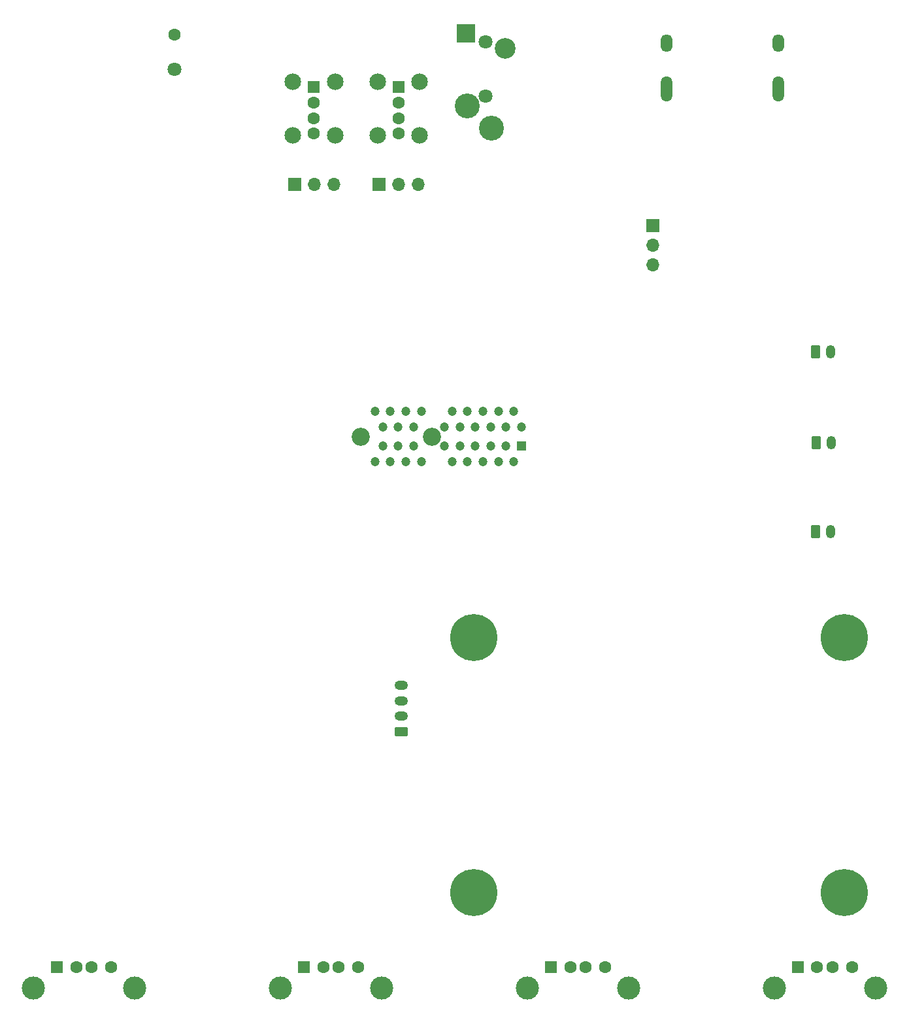
<source format=gbr>
%TF.GenerationSoftware,KiCad,Pcbnew,8.0.8*%
%TF.CreationDate,2025-11-24T21:21:31+01:00*%
%TF.ProjectId,RetroConsoleMk3.1,52657472-6f43-46f6-9e73-6f6c654d6b33,rev?*%
%TF.SameCoordinates,PX237a085PY9f06730*%
%TF.FileFunction,Soldermask,Bot*%
%TF.FilePolarity,Negative*%
%FSLAX46Y46*%
G04 Gerber Fmt 4.6, Leading zero omitted, Abs format (unit mm)*
G04 Created by KiCad (PCBNEW 8.0.8) date 2025-11-24 21:21:31*
%MOMM*%
%LPD*%
G01*
G04 APERTURE LIST*
G04 Aperture macros list*
%AMRoundRect*
0 Rectangle with rounded corners*
0 $1 Rounding radius*
0 $2 $3 $4 $5 $6 $7 $8 $9 X,Y pos of 4 corners*
0 Add a 4 corners polygon primitive as box body*
4,1,4,$2,$3,$4,$5,$6,$7,$8,$9,$2,$3,0*
0 Add four circle primitives for the rounded corners*
1,1,$1+$1,$2,$3*
1,1,$1+$1,$4,$5*
1,1,$1+$1,$6,$7*
1,1,$1+$1,$8,$9*
0 Add four rect primitives between the rounded corners*
20,1,$1+$1,$2,$3,$4,$5,0*
20,1,$1+$1,$4,$5,$6,$7,0*
20,1,$1+$1,$6,$7,$8,$9,0*
20,1,$1+$1,$8,$9,$2,$3,0*%
G04 Aperture macros list end*
%ADD10R,1.600000X1.500000*%
%ADD11C,1.600000*%
%ADD12C,3.000000*%
%ADD13R,1.700000X1.700000*%
%ADD14O,1.700000X1.700000*%
%ADD15RoundRect,0.250000X-0.350000X-0.625000X0.350000X-0.625000X0.350000X0.625000X-0.350000X0.625000X0*%
%ADD16O,1.200000X1.750000*%
%ADD17C,1.800000*%
%ADD18R,2.415000X2.415000*%
%ADD19C,3.225000*%
%ADD20C,2.685000*%
%ADD21R,1.600000X1.600000*%
%ADD22C,2.150000*%
%ADD23C,6.100000*%
%ADD24C,2.350000*%
%ADD25R,1.200000X1.200000*%
%ADD26C,1.200000*%
%ADD27O,1.500000X3.300000*%
%ADD28O,1.500000X2.300000*%
%ADD29RoundRect,0.250000X0.625000X-0.350000X0.625000X0.350000X-0.625000X0.350000X-0.625000X-0.350000X0*%
%ADD30O,1.750000X1.200000*%
G04 APERTURE END LIST*
D10*
%TO.C,J7*%
X106049995Y9360000D03*
D11*
X108549995Y9360000D03*
X110549995Y9360000D03*
X113049995Y9360000D03*
D12*
X102979995Y6650000D03*
X116119995Y6650000D03*
%TD*%
D13*
%TO.C,J16*%
X40824995Y110700000D03*
D14*
X43364995Y110700000D03*
X45904995Y110700000D03*
%TD*%
D15*
%TO.C,J11*%
X108299995Y65750000D03*
D16*
X110299995Y65750000D03*
%TD*%
D17*
%TO.C,J10*%
X65574495Y129156500D03*
X65574495Y122156500D03*
D18*
X63034495Y130256500D03*
D19*
X63254495Y120856500D03*
X66324495Y117956500D03*
D20*
X68114495Y128356500D03*
%TD*%
D21*
%TO.C,J15*%
X54299995Y123295000D03*
D11*
X54299995Y121295000D03*
X54299995Y119295000D03*
X54299995Y117295000D03*
D22*
X57019995Y124025000D03*
X51579995Y124025000D03*
X57019995Y117025000D03*
X51579995Y117025000D03*
%TD*%
D11*
%TO.C,J8*%
X25299995Y130100000D03*
D17*
X25299995Y125600000D03*
%TD*%
D10*
%TO.C,J5*%
X42049995Y9360000D03*
D11*
X44549995Y9360000D03*
X46549995Y9360000D03*
X49049995Y9360000D03*
D12*
X38979995Y6650000D03*
X52119995Y6650000D03*
%TD*%
D15*
%TO.C,J13*%
X108299995Y89050000D03*
D16*
X110299995Y89050000D03*
%TD*%
D23*
%TO.C,Module1*%
X64049995Y19000000D03*
X112049995Y19000000D03*
X64049995Y52000000D03*
X112049995Y52000000D03*
%TD*%
D21*
%TO.C,J2*%
X43349995Y123295000D03*
D11*
X43349995Y121295000D03*
X43349995Y119295000D03*
X43349995Y117295000D03*
D22*
X46069995Y124025000D03*
X40629995Y124025000D03*
X46069995Y117025000D03*
X40629995Y117025000D03*
%TD*%
D15*
%TO.C,J12*%
X108399995Y77300000D03*
D16*
X110399995Y77300000D03*
%TD*%
D10*
%TO.C,J6*%
X74049995Y9360000D03*
D11*
X76549995Y9360000D03*
X78549995Y9360000D03*
X81049995Y9360000D03*
D12*
X70979995Y6650000D03*
X84119995Y6650000D03*
%TD*%
D13*
%TO.C,J17*%
X51759995Y110700000D03*
D14*
X54299995Y110700000D03*
X56839995Y110700000D03*
%TD*%
D24*
%TO.C,J9*%
X58599995Y78050003D03*
X49449995Y78050003D03*
D25*
X70249995Y76800003D03*
D26*
X69249995Y74800003D03*
X68249995Y76800003D03*
X67249995Y74800003D03*
X66249995Y76800003D03*
X65249995Y74800003D03*
X64249995Y76800003D03*
X63249995Y74800003D03*
X62249995Y76800003D03*
X61249995Y74800003D03*
X60249995Y76800003D03*
X57249995Y74800003D03*
X56249995Y76800003D03*
X55249995Y74800003D03*
X54249995Y76800003D03*
X53249995Y74800003D03*
X52249995Y76800003D03*
X51249995Y74800003D03*
X70249995Y79300003D03*
X69249995Y81300003D03*
X68249995Y79300003D03*
X67249995Y81300003D03*
X66249995Y79300003D03*
X65249995Y81300003D03*
X64249995Y79300003D03*
X63249995Y81300003D03*
X62249995Y79300003D03*
X61249995Y81300003D03*
X60249995Y79300003D03*
X57249995Y81300003D03*
X56249995Y79300003D03*
X55249995Y81300003D03*
X54249995Y79300003D03*
X53249995Y81300003D03*
X52249995Y79300003D03*
X51249995Y81300003D03*
%TD*%
D27*
%TO.C,J4*%
X89049995Y123040000D03*
X103549995Y123040000D03*
D28*
X89049995Y129000000D03*
X103549995Y129000000D03*
%TD*%
D29*
%TO.C,J14*%
X54649995Y39850000D03*
D30*
X54649995Y41850000D03*
X54649995Y43850000D03*
X54649995Y45850000D03*
%TD*%
D10*
%TO.C,J3*%
X10049995Y9360000D03*
D11*
X12549995Y9360000D03*
X14549995Y9360000D03*
X17049995Y9360000D03*
D12*
X6979995Y6650000D03*
X20119995Y6650000D03*
%TD*%
D13*
%TO.C,J18*%
X87299995Y105330000D03*
D14*
X87299995Y102790000D03*
X87299995Y100250000D03*
%TD*%
M02*

</source>
